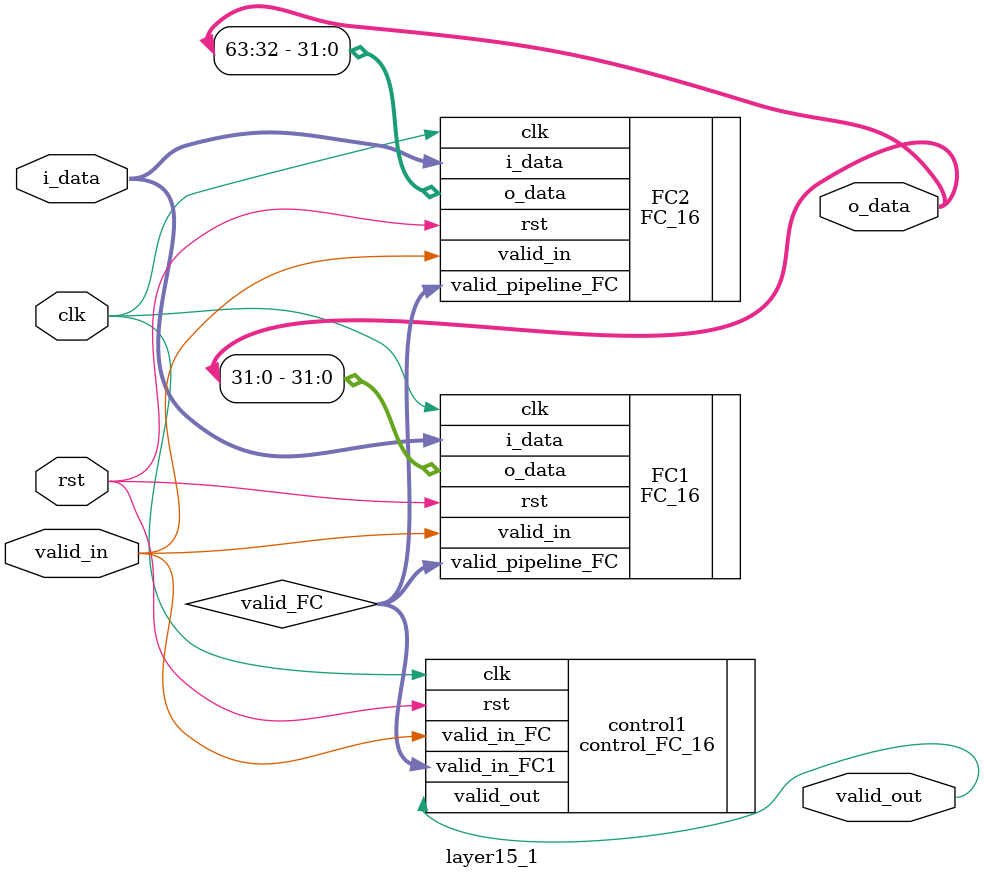
<source format=v>
module layer15_1#(
  parameter DATA_WIDTH = 32
  )(
  input  [DATA_WIDTH*16-1:0] i_data,
  input         clk, rst, valid_in,
  output [DATA_WIDTH*2-1:0] o_data ,
  output valid_out
  );
  
  wire [4:0] valid_FC;

  FC_16#(
  .DATA_WIDTH(DATA_WIDTH),
      .k1(32'b10111110100111001101000100011101),
      .k2(32'b10111110100111011001111001000100),
      .k3(32'b10111110110100000000101110100000),
      .k4(32'b00111111000100000011000101010000),
      .k5(32'b00111101100000101001110010010000),
      .k6(32'b00111110010010111100000110010100),
      .k7(32'b10111110001110010000110100000011),
      .k8(32'b00111110011100001001000011001010),
      .k9(32'b00111110110100100001111011100100),
      .k10(32'b00111110111111110001111110100110),
      .k11(32'b00111110110011010101101111011101),
      .k12(32'b00111110101100110101100010010001),
      .k13(32'b10111110110010101010110111101000),
      .k14(32'b10111110000001101000000011000100),
      .k15(32'b00111010101010011110111010011000),
      .k16(32'b10111101111110110011010010111100),
      .bias(32'b00111100000101110011011110010001)
  ) FC1 (
      .i_data(i_data),
      .clk(clk), 
      .rst(rst), 
      .valid_in(valid_in),
      .valid_pipeline_FC(valid_FC),
      .o_data(o_data[DATA_WIDTH*1-1:DATA_WIDTH*0])  
  );

  FC_16#(
  .DATA_WIDTH(DATA_WIDTH),
      .k1(32'b00111110111000110100011111011000),
      .k2(32'b00111101101110100010111000001101),
      .k3(32'b00111110011011101011011001000011),
      .k4(32'b10111111000010100010010110010010),
      .k5(32'b00111110111111001100100011000101),
      .k6(32'b10111110100100101111100000010101),
      .k7(32'b10111110111111001101100101100100),
      .k8(32'b00111101100111111100110100011111),
      .k9(32'b00111111000010011101010010100100),
      .k10(32'b00111101011111100010011001100110),
      .k11(32'b10111110110100010111011110101100),
      .k12(32'b00111110111100011010010100101101),
      .k13(32'b10111110100010100101001000110101),
      .k14(32'b10111101101101000111111110100010),
      .k15(32'b00111101001001100101110011011000),
      .k16(32'b10111110110100101010100011100010),
      .bias(32'b10111100000101110011011110001101)
  ) FC2 (
      .i_data(i_data),
      .clk(clk), 
      .rst(rst), 
      .valid_in(valid_in),
      .valid_pipeline_FC(valid_FC),
      .o_data(o_data[DATA_WIDTH*2-1:DATA_WIDTH*1])  
  );

 control_FC_16 control1(
       .valid_in_FC(valid_in), 
       .clk(clk), 
       .rst(rst),
       .valid_out(valid_out),
       .valid_in_FC1(valid_FC)  
  );
endmodule


</source>
